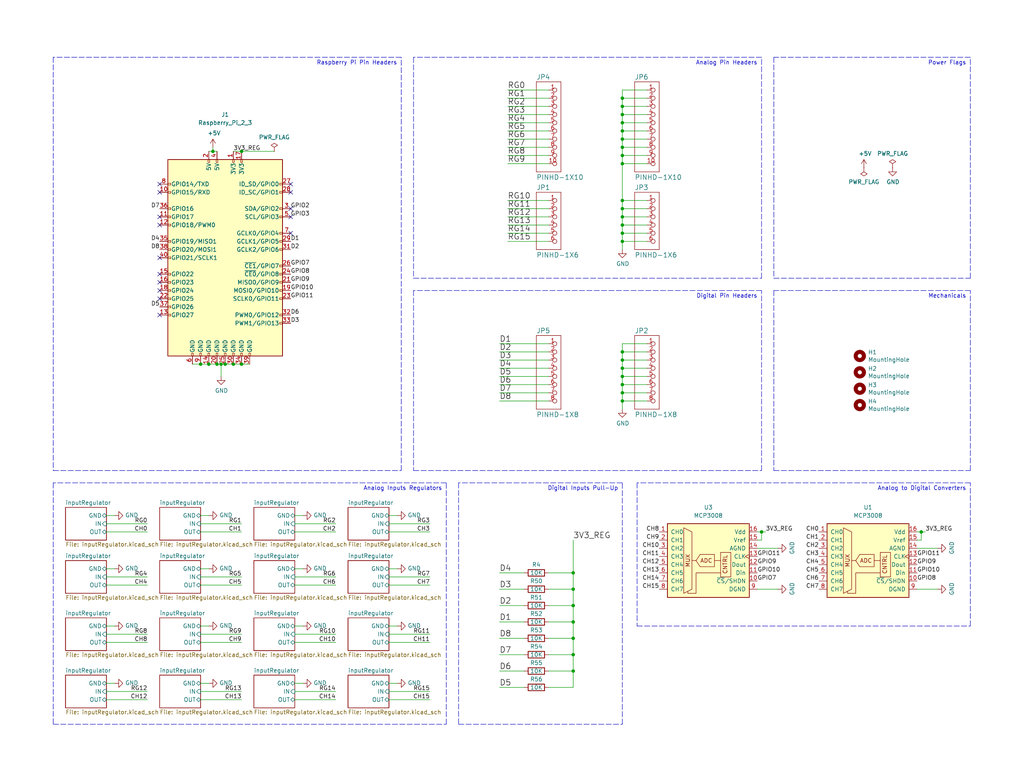
<source format=kicad_sch>
(kicad_sch (version 20230121) (generator eeschema)
  (paper "User" 317.627 242.138)
  (junction (at 69.85 113.03))
  (junction (at 74.93 46.99))
  (junction (at 62.23 113.03))
  (junction (at 193.04 74.93))
  (junction (at 349.25 50.8))
  (junction (at 64.77 113.03))
  (junction (at 193.04 72.39))
  (junction (at 285.75 165.1))
  (junction (at 67.31 113.03))
  (junction (at 193.04 35.56))
  (junction (at 193.04 67.31))
  (junction (at 193.04 30.48))
  (junction (at 193.04 69.85))
  (junction (at 387.35 22.86))
  (junction (at 193.04 40.64))
  (junction (at 66.04 46.99))
  (junction (at 389.89 29.21))
  (junction (at 236.22 165.1))
  (junction (at 72.39 113.03))
  (junction (at 177.8 193.04))
  (junction (at 193.04 109.22))
  (junction (at 68.58 113.03))
  (junction (at 74.93 113.03))
  (junction (at 177.8 177.8))
  (junction (at 193.04 111.76))
  (junction (at 193.04 43.18))
  (junction (at 346.71 29.21))
  (junction (at 177.8 187.96))
  (junction (at 177.8 203.2))
  (junction (at 177.8 208.28))
  (junction (at 193.04 38.1))
  (junction (at 193.04 64.77))
  (junction (at 193.04 48.26))
  (junction (at 177.8 198.12))
  (junction (at 193.04 119.38))
  (junction (at 193.04 121.92))
  (junction (at 193.04 124.46))
  (junction (at 193.04 33.02))
  (junction (at 193.04 45.72))
  (junction (at 193.04 114.3))
  (junction (at 193.04 62.23))
  (junction (at 193.04 50.8))
  (junction (at 389.89 44.45))
  (junction (at 387.35 50.8))
  (junction (at 349.25 22.86))
  (junction (at 177.8 182.88))
  (junction (at 193.04 116.84))
  (junction (at 346.71 44.45))
  (no_connect (at 90.17 59.69))
  (no_connect (at 49.53 67.31))
  (no_connect (at 90.17 72.39))
  (no_connect (at 49.53 90.17))
  (no_connect (at 49.53 85.09))
  (no_connect (at 49.53 92.71))
  (no_connect (at 90.17 64.77))
  (no_connect (at 49.53 80.01))
  (no_connect (at 49.53 87.63))
  (no_connect (at 49.53 97.79))
  (no_connect (at 49.53 69.85))
  (no_connect (at 90.17 67.31))
  (no_connect (at 49.53 59.69))
  (no_connect (at 49.53 57.15))
  (no_connect (at 90.17 57.15))
  (wire (pts (xy 389.89 67.31) (xy 393.7 67.31)))
  (wire (pts (xy 170.18 45.72) (xy 157.48 45.72)))
  (wire (pts (xy 67.31 113.03) (xy 64.77 113.03)))
  (wire (pts (xy 170.18 109.22) (xy 154.94 109.22)))
  (wire (pts (xy 200.66 69.85) (xy 193.04 69.85)))
  (wire (pts (xy 236.22 165.1) (xy 237.49 165.1)))
  (polyline (pts (xy 240.03 146.05) (xy 300.99 146.05)) (stroke (width 0) (type dash)))
  (wire (pts (xy 400.05 39.37) (xy 398.78 39.37)))
  (polyline (pts (xy 197.612 194.31) (xy 300.99 194.31)) (stroke (width 0) (type dash)))
  (polyline (pts (xy 128.27 86.36) (xy 236.22 86.36)) (stroke (width 0) (type dash)))
  (wire (pts (xy 193.04 106.68) (xy 193.04 109.22)))
  (wire (pts (xy 389.89 41.91) (xy 386.08 41.91)))
  (wire (pts (xy 200.66 114.3) (xy 193.04 114.3)))
  (wire (pts (xy 386.08 29.21) (xy 387.35 29.21)))
  (wire (pts (xy 91.44 217.17) (xy 104.14 217.17)))
  (wire (pts (xy 66.04 46.99) (xy 67.31 46.99)))
  (wire (pts (xy 193.04 72.39) (xy 193.04 69.85)))
  (wire (pts (xy 162.56 208.28) (xy 154.94 208.28)))
  (wire (pts (xy 162.56 182.88) (xy 154.94 182.88)))
  (wire (pts (xy 200.66 27.94) (xy 193.04 27.94)))
  (wire (pts (xy 193.04 116.84) (xy 193.04 119.38)))
  (polyline (pts (xy 240.03 17.78) (xy 240.03 86.36)) (stroke (width 0) (type dash)))
  (wire (pts (xy 193.04 67.31) (xy 193.04 64.77)))
  (wire (pts (xy 193.04 43.18) (xy 193.04 40.64)))
  (wire (pts (xy 345.44 50.8) (xy 349.25 50.8)))
  (wire (pts (xy 389.89 29.21) (xy 389.89 31.75)))
  (wire (pts (xy 336.55 40.64) (xy 336.55 39.37)))
  (wire (pts (xy 336.55 19.05) (xy 349.25 19.05)))
  (wire (pts (xy 389.89 83.82) (xy 393.7 83.82)))
  (wire (pts (xy 177.8 198.12) (xy 177.8 203.2)))
  (wire (pts (xy 335.28 34.29) (xy 337.82 34.29)))
  (wire (pts (xy 170.18 35.56) (xy 157.48 35.56)))
  (wire (pts (xy 345.44 29.21) (xy 346.71 29.21)))
  (wire (pts (xy 284.48 167.64) (xy 285.75 167.64)))
  (wire (pts (xy 120.65 165.1) (xy 133.35 165.1)))
  (wire (pts (xy 170.18 69.85) (xy 157.48 69.85)))
  (wire (pts (xy 387.35 44.45) (xy 387.35 50.8)))
  (wire (pts (xy 350.52 29.21) (xy 349.25 29.21)))
  (wire (pts (xy 170.18 38.1) (xy 157.48 38.1)))
  (wire (pts (xy 120.65 217.17) (xy 133.35 217.17)))
  (wire (pts (xy 356.87 67.31) (xy 360.68 67.31)))
  (polyline (pts (xy 124.46 146.05) (xy 124.46 17.78)) (stroke (width 0) (type dash)))
  (wire (pts (xy 386.08 36.83) (xy 400.05 36.83)))
  (wire (pts (xy 177.8 182.88) (xy 177.8 187.96)))
  (polyline (pts (xy 197.612 149.86) (xy 197.612 194.31)) (stroke (width 0) (type dash)))
  (wire (pts (xy 200.66 30.48) (xy 193.04 30.48)))
  (wire (pts (xy 33.02 162.56) (xy 45.72 162.56)))
  (wire (pts (xy 162.56 177.8) (xy 154.94 177.8)))
  (polyline (pts (xy 300.99 149.86) (xy 197.612 149.86)) (stroke (width 0) (type dash)))
  (wire (pts (xy 285.75 165.1) (xy 287.02 165.1)))
  (wire (pts (xy 345.44 39.37) (xy 350.52 39.37)))
  (wire (pts (xy 200.66 45.72) (xy 193.04 45.72)))
  (wire (pts (xy 336.55 29.21) (xy 337.82 29.21)))
  (wire (pts (xy 170.18 203.2) (xy 177.8 203.2)))
  (wire (pts (xy 93.98 176.53) (xy 91.44 176.53)))
  (wire (pts (xy 383.54 -2.54) (xy 394.97 -2.54)))
  (wire (pts (xy 350.52 44.45) (xy 349.25 44.45)))
  (polyline (pts (xy 236.22 90.17) (xy 128.27 90.17)) (stroke (width 0) (type dash)))
  (polyline (pts (xy 128.27 17.78) (xy 128.27 86.36)) (stroke (width 0) (type dash)))
  (wire (pts (xy 120.65 179.07) (xy 133.35 179.07)))
  (wire (pts (xy 33.02 199.39) (xy 45.72 199.39)))
  (wire (pts (xy 64.77 160.02) (xy 62.23 160.02)))
  (wire (pts (xy 234.95 167.64) (xy 236.22 167.64)))
  (wire (pts (xy 72.39 113.03) (xy 69.85 113.03)))
  (wire (pts (xy 62.23 196.85) (xy 74.93 196.85)))
  (wire (pts (xy 72.39 46.99) (xy 74.93 46.99)))
  (wire (pts (xy 389.89 69.85) (xy 393.7 69.85)))
  (wire (pts (xy 193.04 124.46) (xy 193.04 127)))
  (polyline (pts (xy 16.51 149.86) (xy 16.51 224.79)) (stroke (width 0) (type dash)))
  (wire (pts (xy 123.19 212.09) (xy 120.65 212.09)))
  (polyline (pts (xy 16.51 17.78) (xy 16.51 146.05)) (stroke (width 0) (type dash)))
  (wire (pts (xy 389.89 25.4) (xy 389.89 29.21)))
  (wire (pts (xy 193.04 114.3) (xy 193.04 116.84)))
  (wire (pts (xy 284.48 170.18) (xy 290.83 170.18)))
  (wire (pts (xy 200.66 40.64) (xy 193.04 40.64)))
  (polyline (pts (xy 142.24 149.86) (xy 142.24 224.79)) (stroke (width 0) (type dash)))
  (wire (pts (xy 389.89 25.4) (xy 400.05 25.4)))
  (wire (pts (xy 200.66 50.8) (xy 193.04 50.8)))
  (wire (pts (xy 64.77 212.09) (xy 62.23 212.09)))
  (wire (pts (xy 200.66 74.93) (xy 193.04 74.93)))
  (wire (pts (xy 162.56 203.2) (xy 154.94 203.2)))
  (wire (pts (xy 170.18 177.8) (xy 177.8 177.8)))
  (wire (pts (xy 200.66 38.1) (xy 193.04 38.1)))
  (wire (pts (xy 400.05 25.4) (xy 400.05 22.86)))
  (wire (pts (xy 177.8 203.2) (xy 177.8 208.28)))
  (wire (pts (xy 193.04 74.93) (xy 193.04 72.39)))
  (wire (pts (xy 170.18 114.3) (xy 154.94 114.3)))
  (wire (pts (xy 386.08 44.45) (xy 387.35 44.45)))
  (wire (pts (xy 33.02 181.61) (xy 45.72 181.61)))
  (wire (pts (xy 389.89 31.75) (xy 386.08 31.75)))
  (wire (pts (xy 345.44 44.45) (xy 346.71 44.45)))
  (wire (pts (xy 200.66 64.77) (xy 193.04 64.77)))
  (wire (pts (xy 346.71 25.4) (xy 336.55 25.4)))
  (wire (pts (xy 345.44 34.29) (xy 350.52 34.29)))
  (wire (pts (xy 200.66 116.84) (xy 193.04 116.84)))
  (wire (pts (xy 346.71 48.26) (xy 336.55 48.26)))
  (wire (pts (xy 400.05 48.26) (xy 400.05 50.8)))
  (polyline (pts (xy 138.43 224.79) (xy 138.43 149.86)) (stroke (width 0) (type dash)))
  (wire (pts (xy 64.77 113.03) (xy 62.23 113.03)))
  (wire (pts (xy 170.18 33.02) (xy 157.48 33.02)))
  (wire (pts (xy 120.65 162.56) (xy 133.35 162.56)))
  (wire (pts (xy 387.35 29.21) (xy 387.35 22.86)))
  (wire (pts (xy 401.32 40.64) (xy 400.05 40.64)))
  (wire (pts (xy 193.04 45.72) (xy 193.04 43.18)))
  (wire (pts (xy 123.19 194.31) (xy 120.65 194.31)))
  (wire (pts (xy 400.05 54.61) (xy 387.35 54.61)))
  (wire (pts (xy 170.18 187.96) (xy 177.8 187.96)))
  (wire (pts (xy 170.18 74.93) (xy 157.48 74.93)))
  (wire (pts (xy 193.04 69.85) (xy 193.04 67.31)))
  (polyline (pts (xy 300.99 146.05) (xy 300.99 90.17)) (stroke (width 0) (type dash)))
  (wire (pts (xy 91.44 181.61) (xy 104.14 181.61)))
  (wire (pts (xy 349.25 44.45) (xy 349.25 50.8)))
  (wire (pts (xy 193.04 35.56) (xy 193.04 33.02)))
  (wire (pts (xy 236.22 167.64) (xy 236.22 165.1)))
  (polyline (pts (xy 193.04 224.79) (xy 193.04 149.86)) (stroke (width 0) (type dash)))
  (wire (pts (xy 400.05 50.8) (xy 398.78 50.8)))
  (wire (pts (xy 170.18 121.92) (xy 154.94 121.92)))
  (polyline (pts (xy 300.99 86.36) (xy 300.99 17.78)) (stroke (width 0) (type dash)))
  (wire (pts (xy 193.04 64.77) (xy 193.04 62.23)))
  (polyline (pts (xy 193.04 149.86) (xy 142.24 149.86)) (stroke (width 0) (type dash)))
  (wire (pts (xy 69.85 113.03) (xy 68.58 113.03)))
  (wire (pts (xy 193.04 50.8) (xy 193.04 62.23)))
  (wire (pts (xy 170.18 208.28) (xy 177.8 208.28)))
  (polyline (pts (xy 300.99 90.17) (xy 240.03 90.17)) (stroke (width 0) (type dash)))
  (wire (pts (xy 177.8 208.28) (xy 177.8 213.36)))
  (polyline (pts (xy 236.22 146.05) (xy 236.22 90.17)) (stroke (width 0) (type dash)))
  (polyline (pts (xy 138.43 149.86) (xy 16.51 149.86)) (stroke (width 0) (type dash)))
  (polyline (pts (xy 16.51 146.05) (xy 124.46 146.05)) (stroke (width 0) (type dash)))
  (wire (pts (xy 62.23 181.61) (xy 74.93 181.61)))
  (wire (pts (xy 336.55 44.45) (xy 337.82 44.45)))
  (polyline (pts (xy 16.51 224.79) (xy 138.43 224.79)) (stroke (width 0) (type dash)))
  (wire (pts (xy 400.05 44.45) (xy 398.78 44.45)))
  (wire (pts (xy 389.89 48.26) (xy 389.89 44.45)))
  (wire (pts (xy 234.95 170.18) (xy 241.3 170.18)))
  (wire (pts (xy 345.44 22.86) (xy 349.25 22.86)))
  (wire (pts (xy 170.18 43.18) (xy 157.48 43.18)))
  (wire (pts (xy 234.95 165.1) (xy 236.22 165.1)))
  (wire (pts (xy 170.18 198.12) (xy 177.8 198.12)))
  (wire (pts (xy 177.8 187.96) (xy 177.8 193.04)))
  (wire (pts (xy 401.32 34.29) (xy 398.78 34.29)))
  (wire (pts (xy 33.02 214.63) (xy 45.72 214.63)))
  (wire (pts (xy 200.66 35.56) (xy 193.04 35.56)))
  (wire (pts (xy 93.98 160.02) (xy 91.44 160.02)))
  (wire (pts (xy 400.05 40.64) (xy 400.05 39.37)))
  (wire (pts (xy 387.35 50.8) (xy 387.35 54.61)))
  (wire (pts (xy 170.18 106.68) (xy 154.94 106.68)))
  (wire (pts (xy 35.56 194.31) (xy 33.02 194.31)))
  (wire (pts (xy 62.23 179.07) (xy 74.93 179.07)))
  (wire (pts (xy 285.75 167.64) (xy 285.75 165.1)))
  (wire (pts (xy 193.04 30.48) (xy 193.04 27.94)))
  (wire (pts (xy 35.56 160.02) (xy 33.02 160.02)))
  (wire (pts (xy 170.18 116.84) (xy 154.94 116.84)))
  (wire (pts (xy 391.16 39.37) (xy 386.08 39.37)))
  (wire (pts (xy 346.71 31.75) (xy 350.52 31.75)))
  (wire (pts (xy 123.19 176.53) (xy 120.65 176.53)))
  (wire (pts (xy 162.56 213.36) (xy 154.94 213.36)))
  (wire (pts (xy 193.04 33.02) (xy 193.04 30.48)))
  (wire (pts (xy 66.04 45.72) (xy 66.04 46.99)))
  (wire (pts (xy 170.18 64.77) (xy 157.48 64.77)))
  (wire (pts (xy 336.55 39.37) (xy 337.82 39.37)))
  (wire (pts (xy 170.18 48.26) (xy 157.48 48.26)))
  (wire (pts (xy 200.66 124.46) (xy 193.04 124.46)))
  (wire (pts (xy 170.18 124.46) (xy 154.94 124.46)))
  (wire (pts (xy 200.66 33.02) (xy 193.04 33.02)))
  (wire (pts (xy 170.18 72.39) (xy 157.48 72.39)))
  (wire (pts (xy 162.56 193.04) (xy 154.94 193.04)))
  (polyline (pts (xy 128.27 146.05) (xy 236.22 146.05)) (stroke (width 0) (type dash)))
  (wire (pts (xy 170.18 182.88) (xy 177.8 182.88)))
  (wire (pts (xy 162.56 187.96) (xy 154.94 187.96)))
  (wire (pts (xy 177.8 177.8) (xy 177.8 167.64)))
  (wire (pts (xy 337.82 5.08) (xy 337.82 7.62)))
  (wire (pts (xy 93.98 212.09) (xy 91.44 212.09)))
  (wire (pts (xy 391.16 29.21) (xy 389.89 29.21)))
  (wire (pts (xy 91.44 214.63) (xy 104.14 214.63)))
  (wire (pts (xy 193.04 121.92) (xy 193.04 124.46)))
  (wire (pts (xy 387.35 22.86) (xy 387.35 19.05)))
  (wire (pts (xy 62.23 217.17) (xy 74.93 217.17)))
  (wire (pts (xy 123.19 160.02) (xy 120.65 160.02)))
  (wire (pts (xy 391.16 44.45) (xy 389.89 44.45)))
  (wire (pts (xy 193.04 38.1) (xy 193.04 35.56)))
  (wire (pts (xy 170.18 27.94) (xy 157.48 27.94)))
  (wire (pts (xy 177.8 213.36) (xy 170.18 213.36)))
  (wire (pts (xy 400.05 19.05) (xy 387.35 19.05)))
  (wire (pts (xy 336.55 54.61) (xy 349.25 54.61)))
  (polyline (pts (xy 240.03 90.17) (xy 240.03 146.05)) (stroke (width 0) (type dash)))
  (wire (pts (xy 170.18 50.8) (xy 157.48 50.8)))
  (wire (pts (xy 33.02 179.07) (xy 45.72 179.07)))
  (wire (pts (xy 74.93 113.03) (xy 72.39 113.03)))
  (wire (pts (xy 91.44 162.56) (xy 104.14 162.56)))
  (wire (pts (xy 346.71 48.26) (xy 346.71 44.45)))
  (wire (pts (xy 200.66 121.92) (xy 193.04 121.92)))
  (wire (pts (xy 200.66 119.38) (xy 193.04 119.38)))
  (wire (pts (xy 91.44 179.07) (xy 104.14 179.07)))
  (wire (pts (xy 349.25 50.8) (xy 349.25 54.61)))
  (wire (pts (xy 335.28 40.64) (xy 336.55 40.64)))
  (wire (pts (xy 170.18 193.04) (xy 177.8 193.04)))
  (polyline (pts (xy 124.46 17.78) (xy 16.51 17.78)) (stroke (width 0) (type dash)))
  (wire (pts (xy 35.56 176.53) (xy 33.02 176.53)))
  (wire (pts (xy 68.58 113.03) (xy 67.31 113.03)))
  (wire (pts (xy 170.18 119.38) (xy 154.94 119.38)))
  (wire (pts (xy 391.16 34.29) (xy 386.08 34.29)))
  (wire (pts (xy 91.44 196.85) (xy 104.14 196.85)))
  (wire (pts (xy 193.04 48.26) (xy 193.04 45.72)))
  (polyline (pts (xy 300.99 17.78) (xy 240.03 17.78)) (stroke (width 0) (type dash)))
  (wire (pts (xy 177.8 193.04) (xy 177.8 198.12)))
  (wire (pts (xy 91.44 165.1) (xy 104.14 165.1)))
  (polyline (pts (xy 236.22 86.36) (xy 236.22 17.78)) (stroke (width 0) (type dash)))
  (wire (pts (xy 68.58 116.84) (xy 68.58 113.03)))
  (wire (pts (xy 35.56 212.09) (xy 33.02 212.09)))
  (wire (pts (xy 64.77 194.31) (xy 62.23 194.31)))
  (wire (pts (xy 193.04 74.93) (xy 193.04 77.47)))
  (wire (pts (xy 356.87 83.82) (xy 360.68 83.82)))
  (wire (pts (xy 193.04 111.76) (xy 193.04 114.3)))
  (wire (pts (xy 353.06 5.08) (xy 337.82 5.08)))
  (wire (pts (xy 336.55 22.86) (xy 337.82 22.86)))
  (wire (pts (xy 62.23 214.63) (xy 74.93 214.63)))
  (wire (pts (xy 177.8 177.8) (xy 177.8 182.88)))
  (wire (pts (xy 62.23 162.56) (xy 74.93 162.56)))
  (wire (pts (xy 356.87 81.28) (xy 360.68 81.28)))
  (wire (pts (xy 170.18 67.31) (xy 157.48 67.31)))
  (wire (pts (xy 200.66 67.31) (xy 193.04 67.31)))
  (wire (pts (xy 391.16 22.86) (xy 387.35 22.86)))
  (wire (pts (xy 346.71 7.62) (xy 353.06 7.62)))
  (wire (pts (xy 120.65 196.85) (xy 133.35 196.85)))
  (wire (pts (xy 170.18 62.23) (xy 157.48 62.23)))
  (wire (pts (xy 62.23 199.39) (xy 74.93 199.39)))
  (wire (pts (xy 200.66 72.39) (xy 193.04 72.39)))
  (wire (pts (xy 193.04 119.38) (xy 193.04 121.92)))
  (wire (pts (xy 64.77 176.53) (xy 62.23 176.53)))
  (wire (pts (xy 400.05 29.21) (xy 398.78 29.21)))
  (wire (pts (xy 346.71 25.4) (xy 346.71 29.21)))
  (wire (pts (xy 93.98 194.31) (xy 91.44 194.31)))
  (wire (pts (xy 234.95 182.88) (xy 241.3 182.88)))
  (wire (pts (xy 336.55 25.4) (xy 336.55 22.86)))
  (wire (pts (xy 389.89 48.26) (xy 400.05 48.26)))
  (wire (pts (xy 62.23 113.03) (xy 59.69 113.03)))
  (wire (pts (xy 62.23 165.1) (xy 74.93 165.1)))
  (wire (pts (xy 200.66 62.23) (xy 193.04 62.23)))
  (wire (pts (xy 284.48 165.1) (xy 285.75 165.1)))
  (wire (pts (xy 77.47 113.03) (xy 74.93 113.03)))
  (wire (pts (xy 120.65 181.61) (xy 133.35 181.61)))
  (wire (pts (xy 200.66 111.76) (xy 193.04 111.76)))
  (wire (pts (xy 33.02 217.17) (xy 45.72 217.17)))
  (wire (pts (xy 200.66 48.26) (xy 193.04 48.26)))
  (wire (pts (xy 170.18 40.64) (xy 157.48 40.64)))
  (wire (pts (xy 33.02 165.1) (xy 45.72 165.1)))
  (wire (pts (xy 356.87 69.85) (xy 360.68 69.85)))
  (wire (pts (xy 120.65 199.39) (xy 133.35 199.39)))
  (polyline (pts (xy 142.24 224.79) (xy 193.04 224.79)) (stroke (width 0) (type dash)))
  (wire (pts (xy 391.16 50.8) (xy 387.35 50.8)))
  (polyline (pts (xy 236.22 17.78) (xy 128.27 17.78)) (stroke (width 0) (type dash)))
  (wire (pts (xy 200.66 109.22) (xy 193.04 109.22)))
  (wire (pts (xy 91.44 199.39) (xy 104.14 199.39)))
  (wire (pts (xy 400.05 22.86) (xy 398.78 22.86)))
  (wire (pts (xy 200.66 106.68) (xy 193.04 106.68)))
  (wire (pts (xy 346.71 44.45) (xy 346.71 41.91)))
  (wire (pts (xy 346.71 29.21) (xy 346.71 31.75)))
  (polyline (pts (xy 240.03 86.36) (xy 300.99 86.36)) (stroke (width 0) (type dash)))
  (wire (pts (xy 336.55 48.26) (xy 336.55 50.8)))
  (wire (pts (xy 349.25 29.21) (xy 349.25 22.86)))
  (wire (pts (xy 389.89 81.28) (xy 393.7 81.28)))
  (wire (pts (xy 74.93 46.99) (xy 85.09 46.99)))
  (wire (pts (xy 170.18 111.76) (xy 154.94 111.76)))
  (wire (pts (xy 64.77 46.99) (xy 66.04 46.99)))
  (wire (pts (xy 193.04 109.22) (xy 193.04 111.76)))
  (wire (pts (xy 170.18 30.48) (xy 157.48 30.48)))
  (wire (pts (xy 336.55 36.83) (xy 350.52 36.83)))
  (wire (pts (xy 120.65 214.63) (xy 133.35 214.63)))
  (polyline (pts (xy 300.99 194.31) (xy 300.99 149.86)) (stroke (width 0) (type dash)))
  (wire (pts (xy 33.02 196.85) (xy 45.72 196.85)))
  (wire (pts (xy 162.56 198.12) (xy 154.94 198.12)))
  (wire (pts (xy 200.66 43.18) (xy 193.04 43.18)))
  (wire (pts (xy 284.48 182.88) (xy 290.83 182.88)))
  (wire (pts (xy 336.55 50.8) (xy 337.82 50.8)))
  (wire (pts (xy 389.89 44.45) (xy 389.89 41.91)))
  (polyline (pts (xy 128.27 90.17) (xy 128.27 146.05)) (stroke (width 0) (type dash)))
  (wire (pts (xy 346.71 41.91) (xy 350.52 41.91)))
  (wire (pts (xy 193.04 50.8) (xy 193.04 48.26)))
  (wire (pts (xy 193.04 40.64) (xy 193.04 38.1)))
  (wire (pts (xy 349.25 22.86) (xy 349.25 19.05)))
  (text "Digital Inputs Pull-Up" (at 191.77 152.4 0) (effects (font (size 1.27 1.27)) (justify right bottom)))
  (text "Raspberry Pi Pin Headers" (at 123.19 20.32 0) (effects (font (size 1.27 1.27)) (justify right bottom)))
  (text "Mechanicals" (at 299.72 92.71 0) (effects (font (size 1.27 1.27)) (justify right bottom)))
  (text "Analog Inputs Regulators" (at 137.16 152.4 0) (effects (font (size 1.27 1.27)) (justify right bottom)))
  (text "Digital Pin Headers" (at 234.95 92.71 0) (effects (font (size 1.27 1.27)) (justify right bottom)))
  (text "12V\n" (at 336.55 36.83 0) (effects (font (size 1.27 1.27) (thickness 0.254) bold) (justify right bottom)))
  (text "Analog Pin Headers" (at 234.95 20.32 0) (effects (font (size 1.27 1.27)) (justify right bottom)))
  (text "Analog to Digital Converters" (at 299.72 152.4 0) (effects (font (size 1.27 1.27)) (justify right bottom)))
  (text "Power Flags" (at 299.72 20.32 0) (effects (font (size 1.27 1.27)) (justify right bottom)))
  (label "D2" (at 154.94 109.22 0) (effects (font (size 1.778 1.778))))
  (label "MCP4728_V1" (at 383.54 7.62 0))
  (label "CH12" (at 204.47 175.26 180))
  (label "RG11" (at 157.48 64.77 0) (effects (font (size 1.778 1.778))))
  (label "D6" (at 154.94 208.28 0) (effects (font (size 1.778 1.778))))
  (label "RG14" (at 157.48 72.39 0) (effects (font (size 1.778 1.778))))
  (label "CH15" (at 204.47 182.88 180))
  (label "RG10" (at 157.48 62.23 0) (effects (font (size 1.778 1.778))))
  (label "CH14" (at 204.47 180.34 180))
  (label "GPIO10" (at 234.95 177.8 0))
  (label "GPIO8" (at 90.17 85.09 0))
  (label "3V3_REG" (at 237.49 165.1 0))
  (label "RG4" (at 157.48 38.1 0) (effects (font (size 1.778 1.778))))
  (label "OP3" (at 393.7 81.28 0))
  (label "CH9" (at 74.93 199.39 180))
  (label "D4" (at 49.53 74.93 180))
  (label "RG6" (at 104.14 179.07 180))
  (label "RG0" (at 157.48 27.94 0) (effects (font (size 1.778 1.778))))
  (label "CH13" (at 74.93 217.17 180))
  (label "OP0" (at 336.55 19.05 180))
  (label "D4" (at 154.94 114.3 0) (effects (font (size 1.778 1.778))))
  (label "D7" (at 49.53 64.77 180))
  (label "GPIO11" (at 90.17 92.71 0))
  (label "RG11" (at 133.35 196.85 180))
  (label "RG5" (at 157.48 40.64 0) (effects (font (size 1.778 1.778))))
  (label "GPIO11" (at 234.95 172.72 0))
  (label "GPIO7" (at 234.95 180.34 0))
  (label "CH7" (at 254 182.88 180))
  (label "RG9" (at 74.93 196.85 180))
  (label "MCP4728_V4" (at 383.54 0 0))
  (label "CH0" (at 45.72 165.1 180))
  (label "MCP4728_V3" (at 401.32 40.64 0))
  (label "RG3" (at 133.35 162.56 180))
  (label "MCP4728_V4" (at 401.32 34.29 0))
  (label "OP4" (at 400.05 19.05 0))
  (label "RG15" (at 157.48 74.93 0) (effects (font (size 1.778 1.778))))
  (label "CH10" (at 204.47 170.18 180))
  (label "GPIO9" (at 90.17 87.63 0))
  (label "CH1" (at 74.93 165.1 180))
  (label "CH2" (at 104.14 165.1 180))
  (label "3V3_REG" (at 353.06 -2.54 180))
  (label "RG8" (at 45.72 196.85 180))
  (label "D3" (at 154.94 111.76 0) (effects (font (size 1.778 1.778))))
  (label "D1" (at 154.94 193.04 0) (effects (font (size 1.778 1.778))))
  (label "CH4" (at 45.72 181.61 180))
  (label "D2" (at 154.94 187.96 0) (effects (font (size 1.778 1.778))))
  (label "GPIO3" (at 90.17 67.31 0))
  (label "OP3" (at 400.05 54.61 0))
  (label "MCP4728_V1" (at 335.28 34.29 180))
  (label "RG13" (at 74.93 214.63 180))
  (label "CH8" (at 204.47 165.1 180))
  (label "D4" (at 154.94 177.8 0) (effects (font (size 1.778 1.778))))
  (label "RG7" (at 133.35 179.07 180))
  (label "D8" (at 49.53 77.47 180))
  (label "D3" (at 154.94 182.88 0) (effects (font (size 1.778 1.778))))
  (label "D5" (at 49.53 95.25 180))
  (label "GPIO03" (at 353.06 0 180))
  (label "CH5" (at 254 177.8 180))
  (label "RG6" (at 157.48 43.18 0) (effects (font (size 1.778 1.778))))
  (label "CH15" (at 133.35 217.17 180))
  (label "GPIO10" (at 284.48 177.8 0))
  (label "RG1" (at 157.48 30.48 0) (effects (font (size 1.778 1.778))))
  (label "GPIO8" (at 284.48 180.34 0))
  (label "RG2" (at 157.48 33.02 0) (effects (font (size 1.778 1.778))))
  (label "RG15" (at 133.35 214.63 180))
  (label "D5" (at 154.94 116.84 0) (effects (font (size 1.778 1.778))))
  (label "CH12" (at 45.72 217.17 180))
  (label "D8" (at 154.94 198.12 0) (effects (font (size 1.778 1.778))))
  (label "D8" (at 154.94 124.46 0) (effects (font (size 1.778 1.778))))
  (label "RG1" (at 74.93 162.56 180))
  (label "CH3" (at 133.35 165.1 180))
  (label "D1" (at 90.17 74.93 0))
  (label "OP1" (at 393.7 67.31 0))
  (label "RG10" (at 104.14 196.85 180))
  (label "D3" (at 90.17 100.33 0))
  (label "CH10" (at 104.14 199.39 180))
  (label "GPIO2" (at 90.17 64.77 0))
  (label "CH6" (at 104.14 181.61 180))
  (label "RG14" (at 104.14 214.63 180))
  (label "3V3_REG" (at 72.39 46.99 0))
  (label "GPIO9" (at 234.95 175.26 0))
  (label "OP2" (at 336.55 54.61 180))
  (label "OP0" (at 360.68 67.31 0))
  (label "CH7" (at 133.35 181.61 180))
  (label "CH3" (at 254 172.72 180))
  (label "GPIO10" (at 90.17 90.17 0))
  (label "RG12" (at 45.72 214.63 180))
  (label "CH1" (at 254 167.64 180))
  (label "MCP4728_V2" (at 383.54 5.08 0))
  (label "RG2" (at 104.14 162.56 180))
  (label "OP2" (at 360.68 81.28 0))
  (label "GPIO11" (at 284.48 172.72 0))
  (label "GPIO7" (at 90.17 82.55 0))
  (label "D7" (at 154.94 121.92 0) (effects (font (size 1.778 1.778))))
  (label "MCP4728_V2" (at 335.28 40.64 180))
  (label "RG13" (at 157.48 69.85 0) (effects (font (size 1.778 1.778))))
  (label "RG3" (at 157.48 35.56 0) (effects (font (size 1.778 1.778))))
  (label "CH2" (at 254 170.18 180))
  (label "CH13" (at 204.47 177.8 180))
  (label "CH0" (at 254 165.1 180))
  (label "GPIO02" (at 353.06 2.54 180))
  (label "CH14" (at 104.14 217.17 180))
  (label "CH11" (at 204.47 172.72 180))
  (label "RG9" (at 157.48 50.8 0) (effects (font (size 1.778 1.778))))
  (label "D7" (at 154.94 203.2 0) (effects (font (size 1.778 1.778))))
  (label "D1" (at 154.94 106.68 0) (effects (font (size 1.778 1.778))))
  (label "RG12" (at 157.48 67.31 0) (effects (font (size 1.778 1.778))))
  (label "CH8" (at 45.72 199.39 180))
  (label "3V3_REG" (at 177.8 167.64 0) (effects (font (size 1.778 1.778))))
  (label "RG4" (at 45.72 179.07 180))
  (label "3V3_REG" (at 287.02 165.1 0))
  (label "RG8" (at 157.48 48.26 0) (effects (font (size 1.778 1.778))))
  (label "CH11" (at 133.35 199.39 180))
  (label "D5" (at 154.94 213.36 0) (effects (font (size 1.778 1.778))))
  (label "CH5" (at 74.93 181.61 180))
  (label "CH4" (at 254 175.26 180))
  (label "RG7" (at 157.48 45.72 0) (effects (font (size 1.778 1.778))))
  (label "D6" (at 154.94 119.38 0) (effects (font (size 1.778 1.778))))
  (label "D6" (at 90.17 97.79 0))
  (label "D2" (at 90.17 77.47 0))
  (label "GPIO9" (at 284.48 175.26 0))
  (label "MCP4728_V3" (at 383.54 2.54 0))
  (label "RG0" (at 45.72 162.56 180))
  (label "RG5" (at 74.93 179.07 180))
  (label "CH6" (at 254 180.34 180))
  (label "CH9" (at 204.47 167.64 180))
  (symbol (lib_id "Modular Shield:PINHD-1X10") (at 172.72 38.1 0) (unit 1) (in_bom no)
    (property "Reference" "JP4" (at 166.37 24.765 0) (effects (font (size 1.4986 1.4986)) (justify left bottom)))
    (property "Value" "PINHD-1X10" (at 166.37 55.88 0) (effects (font (size 1.4986 1.4986)) (justify left bottom)))
    (property "Footprint" "Modular Shield:1X10-BIG" (effects hide))
  )
  (symbol (lib_id "Modular Shield:PINHD-1X6") (at 203.2 69.85 0) (unit 1) (in_bom no)
    (property "Reference" "JP3" (at 196.85 59.055 0) (effects (font (size 1.4986 1.4986)) (justify left bottom)))
    (property "Value" "PINHD-1X6" (at 196.85 80.01 0) (effects (font (size 1.4986 1.4986)) (justify left bottom)))
    (property "Footprint" "Modular Shield:1X06-BIG" (effects hide))
  )
  (symbol (lib_id "Modular Shield:MountingHole") (at 266.7 110.49 0) (unit 1) (in_bom no)
    (property "Reference" "H1" (at 269.24 109.3216 0) (effects (justify left)))
    (property "Value" "MountingHole" (at 269.24 111.633 0) (effects (justify left)))
    (property "Footprint" "Modular Shield:MountingHole_2.7mm_M2.5" (effects hide))
  )
  (symbol (lib_id "Modular Shield:MountingHole") (at 266.7 115.57 0) (unit 1) (in_bom no)
    (property "Reference" "H2" (at 269.24 114.4016 0) (effects (justify left)))
    (property "Value" "MountingHole" (at 269.24 116.713 0) (effects (justify left)))
    (property "Footprint" "Modular Shield:MountingHole_2.7mm_M2.5" (effects hide))
  )
  (symbol (lib_id "Modular Shield:MountingHole") (at 266.7 120.65 0) (unit 1) (in_bom no)
    (property "Reference" "H3" (at 269.24 119.4816 0) (effects (justify left)))
    (property "Value" "MountingHole" (at 269.24 121.793 0) (effects (justify left)))
    (property "Footprint" "Modular Shield:MountingHole_2.7mm_M2.5" (effects hide))
  )
  (symbol (lib_id "Modular Shield:MountingHole") (at 266.7 125.73 0) (unit 1) (in_bom no)
    (property "Reference" "H4" (at 269.24 124.5616 0) (effects (justify left)))
    (property "Value" "MountingHole" (at 269.24 126.873 0) (effects (justify left)))
    (property "Footprint" "Modular Shield:MountingHole_2.7mm_M2.5" (effects hide))
  )
  (symbol (lib_id "Modular Shield:R") (at 166.37 177.8 90) (unit 1)
    (property "Reference" "R4" (at 166.37 175.26 90))
    (property "Value" "10K" (at 166.37 177.8 90))
    (property "Footprint" "Modular Shield:R_0603_1608Metric" (effects hide))
    (property "LCSC" "C25804" (effects hide))
  )
  (symbol (lib_id "Modular Shield:R") (at 166.37 182.88 90) (unit 1)
    (property "Reference" "R50" (at 166.37 180.34 90))
    (property "Value" "10K" (at 166.37 182.88 90))
    (property "Footprint" "Modular Shield:R_0603_1608Metric" (effects hide))
    (property "LCSC" "C25804" (effects hide))
  )
  (symbol (lib_id "Modular Shield:R") (at 166.37 187.96 90) (unit 1)
    (property "Reference" "R51" (at 166.37 185.42 90))
    (property "Value" "10K" (at 166.37 187.96 90))
    (property "Footprint" "Modular Shield:R_0603_1608Metric" (effects hide))
    (property "LCSC" "C25804" (effects hide))
  )
  (symbol (lib_id "Modular Shield:R") (at 166.37 193.04 90) (unit 1)
    (property "Reference" "R52" (at 166.37 190.5 90))
    (property "Value" "10K" (at 166.37 193.04 90))
    (property "Footprint" "Modular Shield:R_0603_1608Metric" (effects hide))
    (property "LCSC" "C25804" (effects hide))
  )
  (symbol (lib_id "Modular Shield:R") (at 166.37 198.12 90) (unit 1)
    (property "Reference" "R53" (at 166.37 195.58 90))
    (property "Value" "10K" (at 166.37 198.12 90))
    (property "Footprint" "Modular Shield:R_0603_1608Metric" (effects hide))
    (property "LCSC" "C25804" (effects hide))
  )
  (symbol (lib_id "Modular Shield:R") (at 166.37 203.2 90) (unit 1)
    (property "Reference" "R54" (at 166.37 200.66 90))
    (property "Value" "10K" (at 166.37 203.2 90))
    (property "Footprint" "Modular Shield:R_0603_1608Metric" (effects hide))
    (property "LCSC" "C25804" (effects hide))
  )
  (symbol (lib_id "Modular Shield:R") (at 166.37 208.28 90) (unit 1)
    (property "Reference" "R55" (at 166.37 205.74 90))
    (property "Value" "10K" (at 166.37 208.28 90))
    (property "Footprint" "Modular Shield:R_0603_1608Metric" (effects hide))
    (property "LCSC" "C25804" (effects hide))
  )
  (symbol (lib_id "Modular Shield:MCP3008") (at 269.24 172.72 0) (unit 1)
    (property "Reference" "U1" (at 269.24 157.48 0))
    (property "Value" "MCP3008" (at 269.24 160.02 0))
    (property "Footprint" "Modular Shield:MCP3008 SOIC16" (effects hide))
    (property "Datasheet" "http://ww1.microchip.com/downloads/en/DeviceDoc/21295d.pdf" (effects hide))
    (property "LCSC" "C1520159" (effects hide))
    (property "JLCPCB Rotation Offset" "270" (effects hide))
    (property "JLCPCB Position Offset" "0.65, 0" (effects hide))
  )
  (symbol (lib_id "Modular Shield:R") (at 166.37 213.36 90) (unit 1)
    (property "Reference" "R56" (at 166.37 210.82 90))
    (property "Value" "10K" (at 166.37 213.36 90))
    (property "Footprint" "Modular Shield:R_0603_1608Metric" (effects hide))
    (property "LCSC" "C25804" (effects hide))
  )
  (symbol (lib_id "power:GND") (at 290.83 170.18 90) (unit 1)
    (property "Reference" "#PWR0130" (effects hide))
    (property "Value" "GND" (at 295.2242 170.053 0))
  )
  (symbol (lib_id "power:GND") (at 290.83 182.88 90) (unit 1)
    (property "Reference" "#PWR0131" (effects hide))
    (property "Value" "GND" (at 295.2242 182.753 0))
  )
  (symbol (lib_id "power:PWR_FLAG") (at 85.09 46.99 0) (unit 1)
    (property "Reference" "#FLG0103" (effects hide))
    (property "Value" "PWR_FLAG" (at 85.09 42.5958 0))
  )
  (symbol (lib_name "MCP3008_1") (lib_id "Modular Shield:MCP3008") (at 219.71 172.72 0) (unit 1)
    (property "Reference" "U3" (at 219.71 157.48 0))
    (property "Value" "MCP3008" (at 219.71 160.02 0))
    (property "Footprint" "Modular Shield:MCP3008 SOIC16" (effects hide))
    (property "Datasheet" "http://ww1.microchip.com/downloads/en/DeviceDoc/21295d.pdf" (effects hide))
    (property "LCSC" "C1520159" (effects hide))
    (property "JLCPCB Rotation Offset" "270" (effects hide))
    (property "JLCPCB Position Offset" "0.65, 0" (effects hide))
  )
  (symbol (lib_id "power:GND") (at 241.3 170.18 90) (unit 1)
    (property "Reference" "#PWR02" (effects hide))
    (property "Value" "GND" (at 245.6942 170.053 0))
  )
  (symbol (lib_id "power:GND") (at 241.3 182.88 90) (unit 1)
    (property "Reference" "#PWR01" (effects hide))
    (property "Value" "GND" (at 245.6942 182.753 0))
  )
  (symbol (lib_id "Modular Shield:Raspberry_Pi_Header") (at 69.85 80.01 0) (unit 1) (in_bom no)
    (property "Reference" "J1" (at 69.85 35.56 0))
    (property "Value" "Raspberry_Pi_2_3" (at 69.85 38.1 0))
    (property "Footprint" "Modular Shield:PIN_20X2" (effects hide))
    (property "Datasheet" "https://www.raspberrypi.org/documentation/hardware/raspberrypi/schematics/rpi_SCH_3bplus_1p0_reduced.pdf" (effects hide))
  )
  (symbol (lib_id "power:GND") (at 68.58 116.84 0) (unit 1)
    (property "Reference" "#PWR04" (effects hide))
    (property "Value" "GND" (at 68.707 121.2342 0))
  )
  (symbol (lib_id "power:GND") (at 35.56 160.02 90) (unit 1)
    (property "Reference" "#PWR0101" (effects hide))
    (property "Value" "GND" (at 38.8112 159.893 90) (effects (justify right)))
  )
  (symbol (lib_id "power:GND") (at 193.04 127 0) (unit 1)
    (property "Reference" "#PWR0109" (effects hide))
    (property "Value" "GND" (at 193.167 131.3942 0))
  )
  (symbol (lib_id "power:GND") (at 193.04 77.47 0) (unit 1)
    (property "Reference" "#PWR0110" (effects hide))
    (property "Value" "GND" (at 193.167 81.8642 0))
  )
  (symbol (lib_id "power:GND") (at 276.86 52.07 0) (unit 1)
    (property "Reference" "#PWR05" (effects hide))
    (property "Value" "GND" (at 276.987 56.4642 0))
  )
  (symbol (lib_id "power:PWR_FLAG") (at 276.86 52.07 0) (unit 1)
    (property "Reference" "#FLG02" (effects hide))
    (property "Value" "PWR_FLAG" (at 276.86 47.6758 0))
  )
  (symbol (lib_id "power:PWR_FLAG") (at 267.97 52.07 180) (unit 1)
    (property "Reference" "#FLG01" (effects hide))
    (property "Value" "PWR_FLAG" (at 267.97 56.4642 0))
  )
  (symbol (lib_id "power:+5V") (at 267.97 52.07 0) (unit 1)
    (property "Reference" "#PWR03" (effects hide))
    (property "Value" "+5V" (at 268.351 47.6758 0))
  )
  (symbol (lib_id "power:GND") (at 64.77 160.02 90) (unit 1)
    (property "Reference" "#PWR0115" (effects hide))
    (property "Value" "GND" (at 68.0212 159.893 90) (effects (justify right)))
  )
  (symbol (lib_id "power:GND") (at 93.98 160.02 90) (unit 1)
    (property "Reference" "#PWR0116" (effects hide))
    (property "Value" "GND" (at 97.2312 159.893 90) (effects (justify right)))
  )
  (symbol (lib_id "power:GND") (at 123.19 160.02 90) (unit 1)
    (property "Reference" "#PWR0117" (effects hide))
    (property "Value" "GND" (at 126.4412 159.893 90) (effects (justify right)))
  )
  (symbol (lib_id "power:GND") (at 35.56 176.53 90) (unit 1)
    (property "Reference" "#PWR0118" (effects hide))
    (property "Value" "GND" (at 38.8112 176.403 90) (effects (justify right)))
  )
  (symbol (lib_id "power:GND") (at 64.77 176.53 90) (unit 1)
    (property "Reference" "#PWR0119" (effects hide))
    (property "Value" "GND" (at 68.0212 176.403 90) (effects (justify right)))
  )
  (symbol (lib_id "power:GND") (at 93.98 176.53 90) (unit 1)
    (property "Reference" "#PWR0120" (effects hide))
    (property "Value" "GND" (at 97.2312 176.403 90) (effects (justify right)))
  )
  (symbol (lib_id "power:GND") (at 123.19 176.53 90) (unit 1)
    (property "Reference" "#PWR0121" (effects hide))
    (property "Value" "GND" (at 126.4412 176.403 90) (effects (justify right)))
  )
  (symbol (lib_id "power:GND") (at 35.56 194.31 90) (unit 1)
    (property "Reference" "#PWR0122" (effects hide))
    (property "Value" "GND" (at 38.8112 194.183 90) (effects (justify right)))
  )
  (symbol (lib_id "power:GND") (at 64.77 194.31 90) (unit 1)
    (property "Reference" "#PWR0123" (effects hide))
    (property "Value" "GND" (at 68.0212 194.183 90) (effects (justify right)))
  )
  (symbol (lib_id "power:GND") (at 93.98 194.31 90) (unit 1)
    (property "Reference" "#PWR0124" (effects hide))
    (property "Value" "GND" (at 97.2312 194.183 90) (effects (justify right)))
  )
  (symbol (lib_id "power:GND") (at 123.19 194.31 90) (unit 1)
    (property "Reference" "#PWR0125" (effects hide))
    (property "Value" "GND" (at 126.4412 194.183 90) (effects (justify right)))
  )
  (symbol (lib_id "power:GND") (at 35.56 212.09 90) (unit 1)
    (property "Reference" "#PWR0126" (effects hide))
    (property "Value" "GND" (at 38.8112 211.963 90) (effects (justify right)))
  )
  (symbol (lib_id "power:GND") (at 64.77 212.09 90) (unit 1)
    (property "Reference" "#PWR0127" (effects hide))
    (property "Value" "GND" (at 68.0212 211.963 90) (effects (justify right)))
  )
  (symbol (lib_id "power:GND") (at 93.98 212.09 90) (unit 1)
    (property "Reference" "#PWR0128" (effects hide))
    (property "Value" "GND" (at 97.2312 211.963 90) (effects (justify right)))
  )
  (symbol (lib_id "power:GND") (at 123.19 212.09 90) (unit 1)
    (property "Reference" "#PWR0129" (effects hide))
    (property "Value" "GND" (at 126.4412 211.963 90) (effects (justify right)))
  )
  (symbol (lib_id "power:+5V") (at 66.04 45.72 0) (unit 1)
    (property "Reference" "#PWR0102" (effects hide))
    (property "Value" "+5V" (at 66.421 41.3258 0))
  )
  (symbol (lib_id "Modular Shield:PINHD-1X10") (at 203.2 38.1 0) (unit 1) (in_bom no)
    (property "Reference" "JP6" (at 196.85 24.765 0) (effects (font (size 1.4986 1.4986)) (justify left bottom)))
    (property "Value" "PINHD-1X10" (at 196.85 55.88 0) (effects (font (size 1.4986 1.4986)) (justify left bottom)))
    (property "Footprint" "Modular Shield:1X10-BIG" (effects hide))
  )
  (symbol (lib_id "Modular Shield:PINHD-1X6") (at 172.72 69.85 0) (unit 1) (in_bom no)
    (property "Reference" "JP1" (at 166.37 59.055 0) (effects (font (size 1.4986 1.4986)) (justify left bottom)))
    (property "Value" "PINHD-1X6" (at 166.37 80.01 0) (effects (font (size 1.4986 1.4986)) (justify left bottom)))
    (property "Footprint" "Modular Shield:1X06-BIG" (effects hide))
  )
  (symbol (lib_id "Modular Shield:PINHD-1X8") (at 172.72 114.3 0) (unit 1) (in_bom no)
    (property "Reference" "JP5" (at 166.37 103.505 0) (effects (font (size 1.4986 1.4986)) (justify left bottom)))
    (property "Value" "PINHD-1X8" (at 166.37 129.54 0) (effects (font (size 1.4986 1.4986)) (justify left bottom)))
    (property "Footprint" "Modular Shield:1X08-BIG" (effects hide))
  )
  (symbol (lib_id "Modular Shield:PINHD-1X8") (at 203.2 114.3 0) (unit 1) (in_bom no)
    (property "Reference" "JP2" (at 196.85 103.505 0) (effects (font (size 1.4986 1.4986)) (justify left bottom)))
    (property "Value" "PINHD-1X8" (at 196.85 129.54 0) (effects (font (size 1.4986 1.4986)) (justify left bottom)))
    (property "Footprint" "Modular Shield:1X08-BIG" (effects hide))
  )
  (symbol (lib_id "Modular Shield:R 48K") (at 341.63 22.86 90) (unit 1)
    (property "Reference" "R59" (at 341.63 20.32 90))
    (property "Value" "48K" (at 341.63 22.86 90))
    (property "Footprint" "Modular Shield:R_0603_1608Metric" (effects hide))
    (property "LCSC" "C227922" (effects hide))
  )
  (symbol (lib_id "power:GND") (at 400.05 36.83 90) (unit 1)
    (property "Reference" "#PWR010" (effects hide))
    (property "Value" "GND" (at 403.86 36.83 90) (effects (justify right)))
  )
  (symbol (lib_id "Modular Shield:R 10K") (at 394.97 39.37 270) (unit 1)
    (property "Reference" "R68" (at 394.97 41.91 90))
    (property "Value" "10K" (at 394.97 39.37 90))
    (property "Footprint" "Modular Shield:R_0603_1608Metric" (effects hide))
    (property "LCSC" "C25804" (effects hide))
  )
  (symbol (lib_id "power:GND") (at 336.55 44.45 270) (mirror x) (unit 1)
    (property "Reference" "#PWR07" (effects hide))
    (property "Value" "GND" (at 332.74 44.45 90) (effects (justify right)))
  )
  (symbol (lib_id "Modular Shield:R 10K") (at 341.63 29.21 90) (unit 1)
    (property "Reference" "R58" (at 341.63 26.67 90))
    (property "Value" "10K" (at 341.63 29.21 90))
    (property "Footprint" "Modular Shield:R_0603_1608Metric" (effects hide))
    (property "LCSC" "C25804" (effects hide))
  )
  (symbol (lib_id "power:GND") (at 400.05 44.45 90) (unit 1)
    (property "Reference" "#PWR09" (effects hide))
    (property "Value" "GND" (at 403.86 44.45 90) (effects (justify right)))
  )
  (symbol (lib_id "power:GND") (at 400.05 29.21 90) (mirror x) (unit 1)
    (property "Reference" "#PWR08" (effects hide))
    (property "Value" "GND" (at 403.86 29.21 90) (effects (justify right)))
  )
  (symbol (lib_id "Modular Shield:R 48K") (at 394.97 22.86 270) (mirror x) (unit 1)
    (property "Reference" "R63" (at 394.97 20.32 90))
    (property "Value" "48K" (at 394.97 22.86 90))
    (property "Footprint" "Modular Shield:R_0603_1608Metric" (effects hide))
    (property "LCSC" "C227922" (effects hide))
  )
  (symbol (lib_id "power:GND") (at 394.97 -2.54 90) (mirror x) (unit 1)
    (property "Reference" "#PWR011" (effects hide))
    (property "Value" "GND" (at 398.78 -2.54 90) (effects (justify right)))
  )
  (symbol (lib_id "Modular Shield:MCP4728") (at 368.3 0 0) (unit 1)
    (property "Reference" "U4" (at 368.3 -10.16 0))
    (property "Value" "MCP4728" (at 368.3 -7.62 0))
    (property "Footprint" "Package_SO:MSOP-10_3x3mm_P0.5mm" (effects hide))
    (property "Datasheet" "http://ww1.microchip.com/downloads/en/DeviceDoc/22187E.pdf" (effects hide))
    (property "LCSC" "C108207" (effects hide))
  )
  (symbol (lib_id "power:GND") (at 336.55 29.21 270) (unit 1)
    (property "Reference" "#PWR06" (effects hide))
    (property "Value" "GND" (at 332.74 29.21 90) (effects (justify right)))
  )
  (symbol (lib_id "Modular Shield:TestPoint") (at 337.82 7.62 180) (unit 1)
    (property "Reference" "TP1" (at 340.36 9.652 0) (effects (justify right)))
    (property "Value" "LDAC" (at 340.36 12.192 0) (effects (justify right)))
  )
  (symbol (lib_id "Modular Shield:TestPoint") (at 346.71 7.62 180) (unit 1)
    (property "Reference" "TP2" (at 349.25 9.652 0) (effects (justify right)))
    (property "Value" "RDY" (at 349.25 12.192 0) (effects (justify right)))
  )
  (symbol (lib_id "Modular Shield:R 10K") (at 341.63 34.29 90) (unit 1)
    (property "Reference" "R57" (at 341.63 31.75 90))
    (property "Value" "10K" (at 341.63 34.29 90))
    (property "Footprint" "Modular Shield:R_0603_1608Metric" (effects hide))
    (property "LCSC" "C25804" (effects hide))
  )
  (symbol (lib_id "Modular Shield:R 10K") (at 341.63 44.45 90) (mirror x) (unit 1)
    (property "Reference" "R61" (at 341.63 46.99 90))
    (property "Value" "10K" (at 341.63 44.45 90))
    (property "Footprint" "Modular Shield:R_0603_1608Metric" (effects hide))
    (property "LCSC" "C25804" (effects hide))
  )
  (symbol (lib_id "Modular Shield:R 48K") (at 394.97 50.8 270) (unit 1)
    (property "Reference" "R66" (at 394.97 53.34 90))
    (property "Value" "48K" (at 394.97 50.8 90))
    (property "Footprint" "Modular Shield:R_0603_1608Metric" (effects hide))
    (property "LCSC" "C227922" (effects hide))
  )
  (symbol (lib_id "Modular Shield:R 10K") (at 341.63 39.37 90) (mirror x) (unit 1)
    (property "Reference" "R62" (at 341.63 41.91 90))
    (property "Value" "10K" (at 341.63 39.37 90))
    (property "Footprint" "Modular Shield:R_0603_1608Metric" (effects hide))
    (property "LCSC" "C25804" (effects hide))
  )
  (symbol (lib_id "Modular Shield:R 10K") (at 394.97 29.21 270) (mirror x) (unit 1)
    (property "Reference" "R64" (at 394.97 26.67 90))
    (property "Value" "10K" (at 394.97 29.21 90))
    (property "Footprint" "Modular Shield:R_0603_1608Metric" (effects hide))
    (property "LCSC" "C25804" (effects hide))
  )
  (symbol (lib_id "Modular Shield:R 10K") (at 394.97 44.45 270) (unit 1)
    (property "Reference" "R67" (at 394.97 46.99 90))
    (property "Value" "10K" (at 394.97 44.45 90))
    (property "Footprint" "Modular Shield:R_0603_1608Metric" (effects hide))
    (property "LCSC" "C25804" (effects hide))
  )
  (symbol (lib_id "Modular Shield:R 48K") (at 341.63 50.8 90) (mirror x) (unit 1)
    (property "Reference" "R60" (at 341.63 53.34 90))
    (property "Value" "48K" (at 341.63 50.8 90))
    (property "Footprint" "Modular Shield:R_0603_1608Metric" (effects hide))
    (property "LCSC" "C227922" (effects hide))
  )
  (symbol (lib_id "Modular Shield:LM324") (at 368.3 33.02 0) (unit 1)
    (property "Reference" "U2" (at 368.3 21.59 0))
    (property "Value" "LM324" (at 368.3 24.13 0))
  )
  (symbol (lib_id "Modular Shield:R 10K") (at 394.97 34.29 270) (mirror x) (unit 1)
    (property "Reference" "R65" (at 394.97 31.75 90))
    (property "Value" "10K" (at 394.97 34.29 90))
    (property "Footprint" "Modular Shield:R_0603_1608Metric" (effects hide))
    (property "LCSC" "C25804" (effects hide))
  )
  (sheet (at 20.32 157.48) (size 12.7 10.16)
    (property "Sheetname" "inputRegulator" (at 20.32 156.7684 0) (effects (justify left bottom)))
    (property "Sheetfile" "inputRegulator.kicad_sch" (at 20.32 168.2246 0) (effects (justify left top)))
    (pin "GND" bidirectional (at 33.02 160.02 0))
    (pin "IN" input (at 33.02 162.56 0))
    (pin "OUT" bidirectional (at 33.02 165.1 0))
  )
  (sheet (at 49.53 157.48) (size 12.7 10.16)
    (property "Sheetname" "inputRegulator" (at 49.53 156.7684 0) (effects (justify left bottom)))
    (property "Sheetfile" "inputRegulator.kicad_sch" (at 49.53 168.2246 0) (effects (justify left top)))
    (pin "GND" bidirectional (at 62.23 160.02 0))
    (pin "IN" input (at 62.23 162.56 0))
    (pin "OUT" bidirectional (at 62.23 165.1 0))
  )
  (sheet (at 78.74 157.48) (size 12.7 10.16)
    (property "Sheetname" "inputRegulator" (at 78.74 156.7684 0) (effects (justify left bottom)))
    (property "Sheetfile" "inputRegulator.kicad_sch" (at 78.74 168.2246 0) (effects (justify left top)))
    (pin "GND" bidirectional (at 91.44 160.02 0))
    (pin "IN" input (at 91.44 162.56 0))
    (pin "OUT" bidirectional (at 91.44 165.1 0))
  )
  (sheet (at 107.95 157.48) (size 12.7 10.16)
    (property "Sheetname" "inputRegulator" (at 107.95 156.7684 0) (effects (justify left bottom)))
    (property "Sheetfile" "inputRegulator.kicad_sch" (at 107.95 168.2246 0) (effects (justify left top)))
    (pin "GND" bidirectional (at 120.65 160.02 0))
    (pin "IN" input (at 120.65 162.56 0))
    (pin "OUT" bidirectional (at 120.65 165.1 0))
  )
  (sheet (at 20.32 173.99) (size 12.7 10.16)
    (property "Sheetname" "inputRegulator" (at 20.32 173.2784 0) (effects (justify left bottom)))
    (property "Sheetfile" "inputRegulator.kicad_sch" (at 20.32 184.7346 0) (effects (justify left top)))
    (pin "GND" bidirectional (at 33.02 176.53 0))
    (pin "IN" input (at 33.02 179.07 0))
    (pin "OUT" bidirectional (at 33.02 181.61 0))
  )
  (sheet (at 49.53 173.99) (size 12.7 10.16)
    (property "Sheetname" "inputRegulator" (at 49.53 173.2784 0) (effects (justify left bottom)))
    (property "Sheetfile" "inputRegulator.kicad_sch" (at 49.53 184.7346 0) (effects (justify left top)))
    (pin "GND" bidirectional (at 62.23 176.53 0))
    (pin "IN" input (at 62.23 179.07 0))
    (pin "OUT" bidirectional (at 62.23 181.61 0))
  )
  (sheet (at 78.74 173.99) (size 12.7 10.16)
    (property "Sheetname" "inputRegulator" (at 78.74 173.2784 0) (effects (justify left bottom)))
    (property "Sheetfile" "inputRegulator.kicad_sch" (at 78.74 184.7346 0) (effects (justify left top)))
    (pin "GND" bidirectional (at 91.44 176.53 0))
    (pin "IN" input (at 91.44 179.07 0))
    (pin "OUT" bidirectional (at 91.44 181.61 0))
  )
  (sheet (at 107.95 173.99) (size 12.7 10.16)
    (property "Sheetname" "inputRegulator" (at 107.95 173.2784 0) (effects (justify left bottom)))
    (property "Sheetfile" "inputRegulator.kicad_sch" (at 107.95 184.7346 0) (effects (justify left top)))
    (pin "GND" bidirectional (at 120.65 176.53 0))
    (pin "IN" input (at 120.65 179.07 0))
    (pin "OUT" bidirectional (at 120.65 181.61 0))
  )
  (sheet (at 20.32 191.77) (size 12.7 10.16)
    (property "Sheetname" "inputRegulator" (at 20.32 191.0584 0) (effects (justify left bottom)))
    (property "Sheetfile" "inputRegulator.kicad_sch" (at 20.32 202.5146 0) (effects (justify left top)))
    (pin "GND" bidirectional (at 33.02 194.31 0))
    (pin "IN" input (at 33.02 196.85 0))
    (pin "OUT" bidirectional (at 33.02 199.39 0))
  )
  (sheet (at 49.53 191.77) (size 12.7 10.16)
    (property "Sheetname" "inputRegulator" (at 49.53 191.0584 0) (effects (justify left bottom)))
    (property "Sheetfile" "inputRegulator.kicad_sch" (at 49.53 202.5146 0) (effects (justify left top)))
    (pin "GND" bidirectional (at 62.23 194.31 0))
    (pin "IN" input (at 62.23 196.85 0))
    (pin "OUT" bidirectional (at 62.23 199.39 0))
  )
  (sheet (at 78.74 191.77) (size 12.7 10.16)
    (property "Sheetname" "inputRegulator" (at 78.74 191.0584 0) (effects (justify left bottom)))
    (property "Sheetfile" "inputRegulator.kicad_sch" (at 78.74 202.5146 0) (effects (justify left top)))
    (pin "GND" bidirectional (at 91.44 194.31 0))
    (pin "IN" input (at 91.44 196.85 0))
    (pin "OUT" bidirectional (at 91.44 199.39 0))
  )
  (sheet (at 107.95 191.77) (size 12.7 10.16)
    (property "Sheetname" "inputRegulator" (at 107.95 191.0584 0) (effects (justify left bottom)))
    (property "Sheetfile" "inputRegulator.kicad_sch" (at 107.95 202.5146 0) (effects (justify left top)))
    (pin "GND" bidirectional (at 120.65 194.31 0))
    (pin "IN" input (at 120.65 196.85 0))
    (pin "OUT" bidirectional (at 120.65 199.39 0))
  )
  (sheet (at 20.32 209.55) (size 12.7 10.16)
    (property "Sheetname" "inputRegulator" (at 20.32 208.8384 0) (effects (justify left bottom)))
    (property "Sheetfile" "inputRegulator.kicad_sch" (at 20.32 220.2946 0) (effects (justify left top)))
    (pin "GND" bidirectional (at 33.02 212.09 0))
    (pin "IN" input (at 33.02 214.63 0))
    (pin "OUT" bidirectional (at 33.02 217.17 0))
  )
  (sheet (at 49.53 209.55) (size 12.7 10.16)
    (property "Sheetname" "inputRegulator" (at 49.53 208.8384 0) (effects (justify left bottom)))
    (property "Sheetfile" "inputRegulator.kicad_sch" (at 49.53 220.2946 0) (effects (justify left top)))
    (pin "GND" bidirectional (at 62.23 212.09 0))
    (pin "IN" input (at 62.23 214.63 0))
    (pin "OUT" bidirectional (at 62.23 217.17 0))
  )
  (sheet (at 78.74 209.55) (size 12.7 10.16)
    (property "Sheetname" "inputRegulator" (at 78.74 208.8384 0) (effects (justify left bottom)))
    (property "Sheetfile" "inputRegulator.kicad_sch" (at 78.74 220.2946 0) (effects (justify left top)))
    (pin "GND" bidirectional (at 91.44 212.09 0))
    (pin "IN" input (at 91.44 214.63 0))
    (pin "OUT" bidirectional (at 91.44 217.17 0))
  )
  (sheet (at 107.95 209.55) (size 12.7 10.16)
    (property "Sheetname" "inputRegulator" (at 107.95 208.8384 0) (effects (justify left bottom)))
    (property "Sheetfile" "inputRegulator.kicad_sch" (at 107.95 220.2946 0) (effects (justify left top)))
    (pin "GND" bidirectional (at 120.65 212.09 0))
    (pin "IN" input (at 120.65 214.63 0))
    (pin "OUT" bidirectional (at 120.65 217.17 0))
  )
  (sheet (at 344.17 64.77) (size 12.7 7.62) (stroke (width 0.1524))
    (property "Sheetname" "outputProtection" (at 344.17 64.0584 0) (effects (justify left bottom)))
    (property "Sheetfile" "outputProtection.kicad_sch" (at 344.17 72.9746 0) (effects (justify left top)))
    (pin "OUT" output (at 356.87 69.85 0))
    (pin "IN" input (at 356.87 67.31 0))
  )
  (sheet (at 377.19 78.74) (size 12.7 7.62) (stroke (width 0.1524))
    (property "Sheetname" "outputProtection" (at 377.19 78.0284 0) (effects (justify left bottom)))
    (property "Sheetfile" "outputProtection.kicad_sch" (at 377.19 86.9446 0) (effects (justify left top)))
    (pin "OUT" output (at 389.89 83.82 0))
    (pin "IN" input (at 389.89 81.28 0))
  )
  (sheet (at 377.19 64.77) (size 12.7 7.62) (stroke (width 0.1524))
    (property "Sheetname" "outputProtection" (at 377.19 64.0584 0) (effects (justify left bottom)))
    (property "Sheetfile" "outputProtection.kicad_sch" (at 377.19 72.9746 0) (effects (justify left top)))
    (pin "OUT" output (at 389.89 69.85 0))
    (pin "IN" input (at 389.89 67.31 0))
  )
  (sheet (at 344.17 78.74) (size 12.7 7.62) (stroke (width 0.1524))
    (property "Sheetname" "outputProtection" (at 344.17 78.0284 0) (effects (justify left bottom)))
    (property "Sheetfile" "outputProtection.kicad_sch" (at 344.17 86.9446 0) (effects (justify left top)))
    (pin "OUT" output (at 356.87 83.82 0))
    (pin "IN" input (at 356.87 81.28 0))
  )
)
</source>
